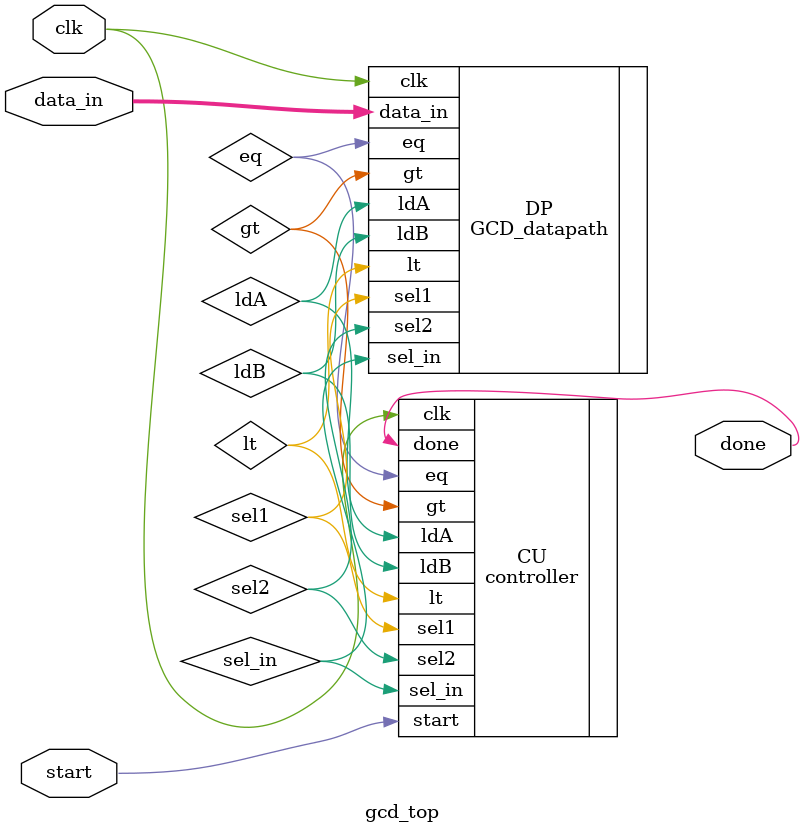
<source format=v>
`timescale 1ns / 1ps
module gcd_top (
  input clk,
  input start,
  input [15:0] data_in,
  output done
);

  // Internal control and status signals
  wire ldA, ldB, sel1, sel2, sel_in;
  wire lt, gt, eq;

  // Instantiate Datapath
  GCD_datapath DP (
    .gt(gt),
    .lt(lt),
    .eq(eq),
    .ldA(ldA),
    .ldB(ldB),
    .sel1(sel1),
    .sel2(sel2),
    .sel_in(sel_in),
    .data_in(data_in),
    .clk(clk)
  );

  // Instantiate Controller
  controller CU (
    .ldA(ldA),
    .ldB(ldB),
    .sel1(sel1),
    .sel2(sel2),
    .sel_in(sel_in),
    .done(done),
    .clk(clk),
    .lt(lt),
    .gt(gt),
    .eq(eq),
    .start(start)
  );

endmodule



</source>
